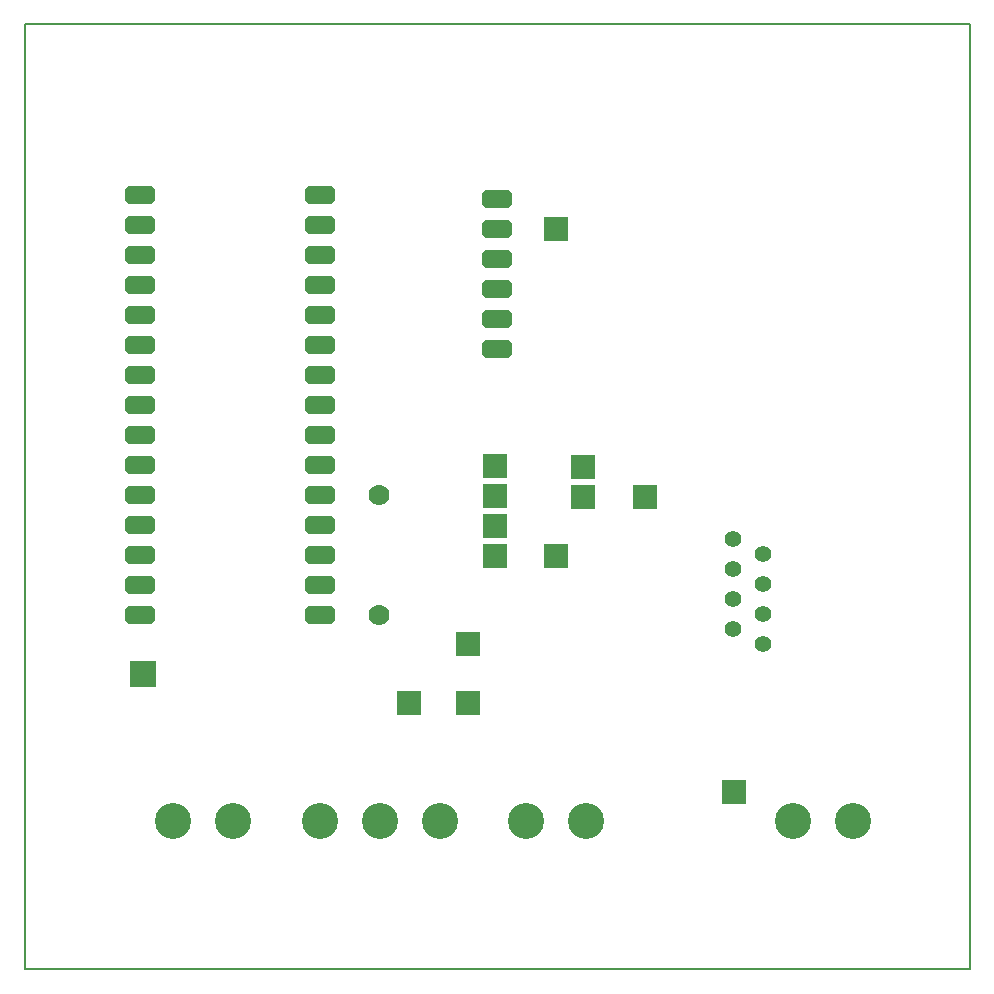
<source format=gbr>
G04 PROTEUS GERBER X2 FILE*
%TF.GenerationSoftware,Labcenter,Proteus,8.10-SP3-Build29560*%
%TF.CreationDate,2022-03-23T18:48:53+00:00*%
%TF.FileFunction,Copper,L1,Top*%
%TF.FilePolarity,Positive*%
%TF.Part,Single*%
%TF.SameCoordinates,{eb7d761e-84b3-45e6-87e7-5047ee7461e7}*%
%FSLAX45Y45*%
%MOMM*%
G01*
%AMDIL000*
4,1,8,
-1.270000,0.457200,-0.965200,0.762000,0.965200,0.762000,1.270000,0.457200,1.270000,-0.457200,
0.965200,-0.762000,-0.965200,-0.762000,-1.270000,-0.457200,-1.270000,0.457200,
0*%
%TA.AperFunction,ComponentPad*%
%ADD10DIL000*%
%TA.AperFunction,ComponentPad*%
%ADD11C,1.778000*%
%TA.AperFunction,ComponentPad*%
%ADD12R,2.032000X2.032000*%
%TA.AperFunction,ComponentPad*%
%ADD13C,3.048000*%
%TA.AperFunction,ComponentPad*%
%ADD14C,1.397000*%
%TA.AperFunction,OtherPad,Unknown*%
%ADD15R,2.286000X2.286000*%
%TA.AperFunction,Profile*%
%ADD16C,0.203200*%
%TD.AperFunction*%
D10*
X-10250000Y+6250000D03*
X-10250000Y+6504000D03*
X-10250000Y+6758000D03*
X-10250000Y+7012000D03*
X-10250000Y+7266000D03*
X-10250000Y+7520000D03*
X-10250000Y+7774000D03*
X-10250000Y+8028000D03*
X-10250000Y+8282000D03*
X-10250000Y+8536000D03*
X-10250000Y+8790000D03*
X-10250000Y+9044000D03*
X-10250000Y+9298000D03*
X-10250000Y+9552000D03*
X-10250000Y+9806000D03*
X-11774000Y+9806000D03*
X-11774000Y+9552000D03*
X-11774000Y+9298000D03*
X-11774000Y+9044000D03*
X-11774000Y+8790000D03*
X-11774000Y+8536000D03*
X-11774000Y+8282000D03*
X-11774000Y+8028000D03*
X-11774000Y+7774000D03*
X-11774000Y+7520000D03*
X-11774000Y+7266000D03*
X-11774000Y+7012000D03*
X-11774000Y+6758000D03*
X-11774000Y+6504000D03*
X-11774000Y+6250000D03*
X-8750000Y+8500000D03*
X-8750000Y+8754000D03*
X-8750000Y+9008000D03*
X-8750000Y+9262000D03*
X-8750000Y+9516000D03*
X-8750000Y+9770000D03*
D11*
X-9750000Y+6250000D03*
X-9750000Y+7266000D03*
D12*
X-8771000Y+6746000D03*
X-8771000Y+7000000D03*
X-8771000Y+7254000D03*
X-8771000Y+7508000D03*
D13*
X-6250000Y+4500000D03*
X-5742000Y+4500000D03*
X-11500000Y+4500000D03*
X-10992000Y+4500000D03*
X-8000000Y+4500000D03*
X-8508000Y+4500000D03*
X-9234000Y+4500000D03*
X-9742000Y+4500000D03*
X-10250000Y+4500000D03*
D12*
X-8021000Y+7246000D03*
X-8021000Y+7500000D03*
D14*
X-6500000Y+6000000D03*
X-6754000Y+6127000D03*
X-6500000Y+6254000D03*
X-6754000Y+6381000D03*
X-6500000Y+6508000D03*
X-6754000Y+6635000D03*
X-6500000Y+6762000D03*
X-6754000Y+6889000D03*
D15*
X-11750000Y+5750000D03*
D12*
X-9500000Y+5500000D03*
X-8250000Y+9516000D03*
X-9000000Y+5500000D03*
X-9000000Y+6000000D03*
X-7500000Y+7250000D03*
X-6750000Y+4750000D03*
X-8250000Y+6750000D03*
D16*
X-12750000Y+3250000D02*
X-4750000Y+3250000D01*
X-4750000Y+11250000D01*
X-12750000Y+11250000D01*
X-12750000Y+3250000D01*
M02*

</source>
